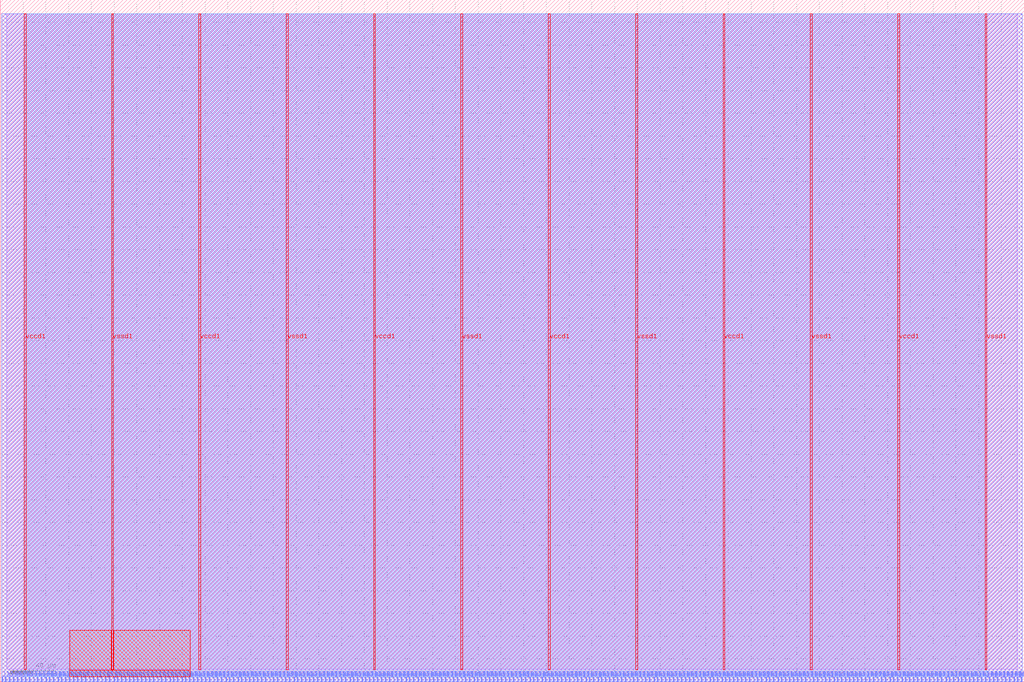
<source format=lef>
VERSION 5.7 ;
  NOWIREEXTENSIONATPIN ON ;
  DIVIDERCHAR "/" ;
  BUSBITCHARS "[]" ;
MACRO macro_test
  CLASS BLOCK ;
  FOREIGN macro_test ;
  ORIGIN 0.000 0.000 ;
  SIZE 900.000 BY 600.000 ;
  PIN la_data_in[0]
    DIRECTION INPUT ;
    USE SIGNAL ;
    PORT
      LAYER met2 ;
        RECT 1.470 0.000 1.750 4.000 ;
    END
  END la_data_in[0]
  PIN la_data_in[100]
    DIRECTION INPUT ;
    USE SIGNAL ;
    PORT
      LAYER met2 ;
        RECT 704.350 0.000 704.630 4.000 ;
    END
  END la_data_in[100]
  PIN la_data_in[101]
    DIRECTION INPUT ;
    USE SIGNAL ;
    PORT
      LAYER met2 ;
        RECT 711.710 0.000 711.990 4.000 ;
    END
  END la_data_in[101]
  PIN la_data_in[102]
    DIRECTION INPUT ;
    USE SIGNAL ;
    PORT
      LAYER met2 ;
        RECT 718.610 0.000 718.890 4.000 ;
    END
  END la_data_in[102]
  PIN la_data_in[103]
    DIRECTION INPUT ;
    USE SIGNAL ;
    PORT
      LAYER met2 ;
        RECT 725.510 0.000 725.790 4.000 ;
    END
  END la_data_in[103]
  PIN la_data_in[104]
    DIRECTION INPUT ;
    USE SIGNAL ;
    PORT
      LAYER met2 ;
        RECT 732.870 0.000 733.150 4.000 ;
    END
  END la_data_in[104]
  PIN la_data_in[105]
    DIRECTION INPUT ;
    USE SIGNAL ;
    PORT
      LAYER met2 ;
        RECT 739.770 0.000 740.050 4.000 ;
    END
  END la_data_in[105]
  PIN la_data_in[106]
    DIRECTION INPUT ;
    USE SIGNAL ;
    PORT
      LAYER met2 ;
        RECT 746.670 0.000 746.950 4.000 ;
    END
  END la_data_in[106]
  PIN la_data_in[107]
    DIRECTION INPUT ;
    USE SIGNAL ;
    PORT
      LAYER met2 ;
        RECT 753.570 0.000 753.850 4.000 ;
    END
  END la_data_in[107]
  PIN la_data_in[108]
    DIRECTION INPUT ;
    USE SIGNAL ;
    PORT
      LAYER met2 ;
        RECT 760.930 0.000 761.210 4.000 ;
    END
  END la_data_in[108]
  PIN la_data_in[109]
    DIRECTION INPUT ;
    USE SIGNAL ;
    PORT
      LAYER met2 ;
        RECT 767.830 0.000 768.110 4.000 ;
    END
  END la_data_in[109]
  PIN la_data_in[10]
    DIRECTION INPUT ;
    USE SIGNAL ;
    PORT
      LAYER met2 ;
        RECT 71.390 0.000 71.670 4.000 ;
    END
  END la_data_in[10]
  PIN la_data_in[110]
    DIRECTION INPUT ;
    USE SIGNAL ;
    PORT
      LAYER met2 ;
        RECT 774.730 0.000 775.010 4.000 ;
    END
  END la_data_in[110]
  PIN la_data_in[111]
    DIRECTION INPUT ;
    USE SIGNAL ;
    PORT
      LAYER met2 ;
        RECT 782.090 0.000 782.370 4.000 ;
    END
  END la_data_in[111]
  PIN la_data_in[112]
    DIRECTION INPUT ;
    USE SIGNAL ;
    PORT
      LAYER met2 ;
        RECT 788.990 0.000 789.270 4.000 ;
    END
  END la_data_in[112]
  PIN la_data_in[113]
    DIRECTION INPUT ;
    USE SIGNAL ;
    PORT
      LAYER met2 ;
        RECT 795.890 0.000 796.170 4.000 ;
    END
  END la_data_in[113]
  PIN la_data_in[114]
    DIRECTION INPUT ;
    USE SIGNAL ;
    PORT
      LAYER met2 ;
        RECT 802.790 0.000 803.070 4.000 ;
    END
  END la_data_in[114]
  PIN la_data_in[115]
    DIRECTION INPUT ;
    USE SIGNAL ;
    PORT
      LAYER met2 ;
        RECT 810.150 0.000 810.430 4.000 ;
    END
  END la_data_in[115]
  PIN la_data_in[116]
    DIRECTION INPUT ;
    USE SIGNAL ;
    PORT
      LAYER met2 ;
        RECT 817.050 0.000 817.330 4.000 ;
    END
  END la_data_in[116]
  PIN la_data_in[117]
    DIRECTION INPUT ;
    USE SIGNAL ;
    PORT
      LAYER met2 ;
        RECT 823.950 0.000 824.230 4.000 ;
    END
  END la_data_in[117]
  PIN la_data_in[118]
    DIRECTION INPUT ;
    USE SIGNAL ;
    PORT
      LAYER met2 ;
        RECT 831.310 0.000 831.590 4.000 ;
    END
  END la_data_in[118]
  PIN la_data_in[119]
    DIRECTION INPUT ;
    USE SIGNAL ;
    PORT
      LAYER met2 ;
        RECT 838.210 0.000 838.490 4.000 ;
    END
  END la_data_in[119]
  PIN la_data_in[11]
    DIRECTION INPUT ;
    USE SIGNAL ;
    PORT
      LAYER met2 ;
        RECT 78.750 0.000 79.030 4.000 ;
    END
  END la_data_in[11]
  PIN la_data_in[120]
    DIRECTION INPUT ;
    USE SIGNAL ;
    PORT
      LAYER met2 ;
        RECT 845.110 0.000 845.390 4.000 ;
    END
  END la_data_in[120]
  PIN la_data_in[121]
    DIRECTION INPUT ;
    USE SIGNAL ;
    PORT
      LAYER met2 ;
        RECT 852.010 0.000 852.290 4.000 ;
    END
  END la_data_in[121]
  PIN la_data_in[122]
    DIRECTION INPUT ;
    USE SIGNAL ;
    PORT
      LAYER met2 ;
        RECT 859.370 0.000 859.650 4.000 ;
    END
  END la_data_in[122]
  PIN la_data_in[123]
    DIRECTION INPUT ;
    USE SIGNAL ;
    PORT
      LAYER met2 ;
        RECT 866.270 0.000 866.550 4.000 ;
    END
  END la_data_in[123]
  PIN la_data_in[124]
    DIRECTION INPUT ;
    USE SIGNAL ;
    PORT
      LAYER met2 ;
        RECT 873.170 0.000 873.450 4.000 ;
    END
  END la_data_in[124]
  PIN la_data_in[125]
    DIRECTION INPUT ;
    USE SIGNAL ;
    PORT
      LAYER met2 ;
        RECT 880.530 0.000 880.810 4.000 ;
    END
  END la_data_in[125]
  PIN la_data_in[126]
    DIRECTION INPUT ;
    USE SIGNAL ;
    PORT
      LAYER met2 ;
        RECT 887.430 0.000 887.710 4.000 ;
    END
  END la_data_in[126]
  PIN la_data_in[127]
    DIRECTION INPUT ;
    USE SIGNAL ;
    PORT
      LAYER met2 ;
        RECT 894.330 0.000 894.610 4.000 ;
    END
  END la_data_in[127]
  PIN la_data_in[12]
    DIRECTION INPUT ;
    USE SIGNAL ;
    PORT
      LAYER met2 ;
        RECT 85.650 0.000 85.930 4.000 ;
    END
  END la_data_in[12]
  PIN la_data_in[13]
    DIRECTION INPUT ;
    USE SIGNAL ;
    PORT
      LAYER met2 ;
        RECT 92.550 0.000 92.830 4.000 ;
    END
  END la_data_in[13]
  PIN la_data_in[14]
    DIRECTION INPUT ;
    USE SIGNAL ;
    PORT
      LAYER met2 ;
        RECT 99.910 0.000 100.190 4.000 ;
    END
  END la_data_in[14]
  PIN la_data_in[15]
    DIRECTION INPUT ;
    USE SIGNAL ;
    PORT
      LAYER met2 ;
        RECT 106.810 0.000 107.090 4.000 ;
    END
  END la_data_in[15]
  PIN la_data_in[16]
    DIRECTION INPUT ;
    USE SIGNAL ;
    PORT
      LAYER met2 ;
        RECT 113.710 0.000 113.990 4.000 ;
    END
  END la_data_in[16]
  PIN la_data_in[17]
    DIRECTION INPUT ;
    USE SIGNAL ;
    PORT
      LAYER met2 ;
        RECT 120.610 0.000 120.890 4.000 ;
    END
  END la_data_in[17]
  PIN la_data_in[18]
    DIRECTION INPUT ;
    USE SIGNAL ;
    PORT
      LAYER met2 ;
        RECT 127.970 0.000 128.250 4.000 ;
    END
  END la_data_in[18]
  PIN la_data_in[19]
    DIRECTION INPUT ;
    USE SIGNAL ;
    PORT
      LAYER met2 ;
        RECT 134.870 0.000 135.150 4.000 ;
    END
  END la_data_in[19]
  PIN la_data_in[1]
    DIRECTION INPUT ;
    USE SIGNAL ;
    PORT
      LAYER met2 ;
        RECT 8.370 0.000 8.650 4.000 ;
    END
  END la_data_in[1]
  PIN la_data_in[20]
    DIRECTION INPUT ;
    USE SIGNAL ;
    PORT
      LAYER met2 ;
        RECT 141.770 0.000 142.050 4.000 ;
    END
  END la_data_in[20]
  PIN la_data_in[21]
    DIRECTION INPUT ;
    USE SIGNAL ;
    PORT
      LAYER met2 ;
        RECT 149.130 0.000 149.410 4.000 ;
    END
  END la_data_in[21]
  PIN la_data_in[22]
    DIRECTION INPUT ;
    USE SIGNAL ;
    PORT
      LAYER met2 ;
        RECT 156.030 0.000 156.310 4.000 ;
    END
  END la_data_in[22]
  PIN la_data_in[23]
    DIRECTION INPUT ;
    USE SIGNAL ;
    PORT
      LAYER met2 ;
        RECT 162.930 0.000 163.210 4.000 ;
    END
  END la_data_in[23]
  PIN la_data_in[24]
    DIRECTION INPUT ;
    USE SIGNAL ;
    PORT
      LAYER met2 ;
        RECT 169.830 0.000 170.110 4.000 ;
    END
  END la_data_in[24]
  PIN la_data_in[25]
    DIRECTION INPUT ;
    USE SIGNAL ;
    PORT
      LAYER met2 ;
        RECT 177.190 0.000 177.470 4.000 ;
    END
  END la_data_in[25]
  PIN la_data_in[26]
    DIRECTION INPUT ;
    USE SIGNAL ;
    PORT
      LAYER met2 ;
        RECT 184.090 0.000 184.370 4.000 ;
    END
  END la_data_in[26]
  PIN la_data_in[27]
    DIRECTION INPUT ;
    USE SIGNAL ;
    PORT
      LAYER met2 ;
        RECT 190.990 0.000 191.270 4.000 ;
    END
  END la_data_in[27]
  PIN la_data_in[28]
    DIRECTION INPUT ;
    USE SIGNAL ;
    PORT
      LAYER met2 ;
        RECT 198.350 0.000 198.630 4.000 ;
    END
  END la_data_in[28]
  PIN la_data_in[29]
    DIRECTION INPUT ;
    USE SIGNAL ;
    PORT
      LAYER met2 ;
        RECT 205.250 0.000 205.530 4.000 ;
    END
  END la_data_in[29]
  PIN la_data_in[2]
    DIRECTION INPUT ;
    USE SIGNAL ;
    PORT
      LAYER met2 ;
        RECT 15.270 0.000 15.550 4.000 ;
    END
  END la_data_in[2]
  PIN la_data_in[30]
    DIRECTION INPUT ;
    USE SIGNAL ;
    PORT
      LAYER met2 ;
        RECT 212.150 0.000 212.430 4.000 ;
    END
  END la_data_in[30]
  PIN la_data_in[31]
    DIRECTION INPUT ;
    USE SIGNAL ;
    PORT
      LAYER met2 ;
        RECT 219.050 0.000 219.330 4.000 ;
    END
  END la_data_in[31]
  PIN la_data_in[32]
    DIRECTION INPUT ;
    USE SIGNAL ;
    PORT
      LAYER met2 ;
        RECT 226.410 0.000 226.690 4.000 ;
    END
  END la_data_in[32]
  PIN la_data_in[33]
    DIRECTION INPUT ;
    USE SIGNAL ;
    PORT
      LAYER met2 ;
        RECT 233.310 0.000 233.590 4.000 ;
    END
  END la_data_in[33]
  PIN la_data_in[34]
    DIRECTION INPUT ;
    USE SIGNAL ;
    PORT
      LAYER met2 ;
        RECT 240.210 0.000 240.490 4.000 ;
    END
  END la_data_in[34]
  PIN la_data_in[35]
    DIRECTION INPUT ;
    USE SIGNAL ;
    PORT
      LAYER met2 ;
        RECT 247.570 0.000 247.850 4.000 ;
    END
  END la_data_in[35]
  PIN la_data_in[36]
    DIRECTION INPUT ;
    USE SIGNAL ;
    PORT
      LAYER met2 ;
        RECT 254.470 0.000 254.750 4.000 ;
    END
  END la_data_in[36]
  PIN la_data_in[37]
    DIRECTION INPUT ;
    USE SIGNAL ;
    PORT
      LAYER met2 ;
        RECT 261.370 0.000 261.650 4.000 ;
    END
  END la_data_in[37]
  PIN la_data_in[38]
    DIRECTION INPUT ;
    USE SIGNAL ;
    PORT
      LAYER met2 ;
        RECT 268.270 0.000 268.550 4.000 ;
    END
  END la_data_in[38]
  PIN la_data_in[39]
    DIRECTION INPUT ;
    USE SIGNAL ;
    PORT
      LAYER met2 ;
        RECT 275.630 0.000 275.910 4.000 ;
    END
  END la_data_in[39]
  PIN la_data_in[3]
    DIRECTION INPUT ;
    USE SIGNAL ;
    PORT
      LAYER met2 ;
        RECT 22.170 0.000 22.450 4.000 ;
    END
  END la_data_in[3]
  PIN la_data_in[40]
    DIRECTION INPUT ;
    USE SIGNAL ;
    PORT
      LAYER met2 ;
        RECT 282.530 0.000 282.810 4.000 ;
    END
  END la_data_in[40]
  PIN la_data_in[41]
    DIRECTION INPUT ;
    USE SIGNAL ;
    PORT
      LAYER met2 ;
        RECT 289.430 0.000 289.710 4.000 ;
    END
  END la_data_in[41]
  PIN la_data_in[42]
    DIRECTION INPUT ;
    USE SIGNAL ;
    PORT
      LAYER met2 ;
        RECT 296.790 0.000 297.070 4.000 ;
    END
  END la_data_in[42]
  PIN la_data_in[43]
    DIRECTION INPUT ;
    USE SIGNAL ;
    PORT
      LAYER met2 ;
        RECT 303.690 0.000 303.970 4.000 ;
    END
  END la_data_in[43]
  PIN la_data_in[44]
    DIRECTION INPUT ;
    USE SIGNAL ;
    PORT
      LAYER met2 ;
        RECT 310.590 0.000 310.870 4.000 ;
    END
  END la_data_in[44]
  PIN la_data_in[45]
    DIRECTION INPUT ;
    USE SIGNAL ;
    PORT
      LAYER met2 ;
        RECT 317.950 0.000 318.230 4.000 ;
    END
  END la_data_in[45]
  PIN la_data_in[46]
    DIRECTION INPUT ;
    USE SIGNAL ;
    PORT
      LAYER met2 ;
        RECT 324.850 0.000 325.130 4.000 ;
    END
  END la_data_in[46]
  PIN la_data_in[47]
    DIRECTION INPUT ;
    USE SIGNAL ;
    PORT
      LAYER met2 ;
        RECT 331.750 0.000 332.030 4.000 ;
    END
  END la_data_in[47]
  PIN la_data_in[48]
    DIRECTION INPUT ;
    USE SIGNAL ;
    PORT
      LAYER met2 ;
        RECT 338.650 0.000 338.930 4.000 ;
    END
  END la_data_in[48]
  PIN la_data_in[49]
    DIRECTION INPUT ;
    USE SIGNAL ;
    PORT
      LAYER met2 ;
        RECT 346.010 0.000 346.290 4.000 ;
    END
  END la_data_in[49]
  PIN la_data_in[4]
    DIRECTION INPUT ;
    USE SIGNAL ;
    PORT
      LAYER met2 ;
        RECT 29.530 0.000 29.810 4.000 ;
    END
  END la_data_in[4]
  PIN la_data_in[50]
    DIRECTION INPUT ;
    USE SIGNAL ;
    PORT
      LAYER met2 ;
        RECT 352.910 0.000 353.190 4.000 ;
    END
  END la_data_in[50]
  PIN la_data_in[51]
    DIRECTION INPUT ;
    USE SIGNAL ;
    PORT
      LAYER met2 ;
        RECT 359.810 0.000 360.090 4.000 ;
    END
  END la_data_in[51]
  PIN la_data_in[52]
    DIRECTION INPUT ;
    USE SIGNAL ;
    PORT
      LAYER met2 ;
        RECT 367.170 0.000 367.450 4.000 ;
    END
  END la_data_in[52]
  PIN la_data_in[53]
    DIRECTION INPUT ;
    USE SIGNAL ;
    PORT
      LAYER met2 ;
        RECT 374.070 0.000 374.350 4.000 ;
    END
  END la_data_in[53]
  PIN la_data_in[54]
    DIRECTION INPUT ;
    USE SIGNAL ;
    PORT
      LAYER met2 ;
        RECT 380.970 0.000 381.250 4.000 ;
    END
  END la_data_in[54]
  PIN la_data_in[55]
    DIRECTION INPUT ;
    USE SIGNAL ;
    PORT
      LAYER met2 ;
        RECT 387.870 0.000 388.150 4.000 ;
    END
  END la_data_in[55]
  PIN la_data_in[56]
    DIRECTION INPUT ;
    USE SIGNAL ;
    PORT
      LAYER met2 ;
        RECT 395.230 0.000 395.510 4.000 ;
    END
  END la_data_in[56]
  PIN la_data_in[57]
    DIRECTION INPUT ;
    USE SIGNAL ;
    PORT
      LAYER met2 ;
        RECT 402.130 0.000 402.410 4.000 ;
    END
  END la_data_in[57]
  PIN la_data_in[58]
    DIRECTION INPUT ;
    USE SIGNAL ;
    PORT
      LAYER met2 ;
        RECT 409.030 0.000 409.310 4.000 ;
    END
  END la_data_in[58]
  PIN la_data_in[59]
    DIRECTION INPUT ;
    USE SIGNAL ;
    PORT
      LAYER met2 ;
        RECT 416.390 0.000 416.670 4.000 ;
    END
  END la_data_in[59]
  PIN la_data_in[5]
    DIRECTION INPUT ;
    USE SIGNAL ;
    PORT
      LAYER met2 ;
        RECT 36.430 0.000 36.710 4.000 ;
    END
  END la_data_in[5]
  PIN la_data_in[60]
    DIRECTION INPUT ;
    USE SIGNAL ;
    PORT
      LAYER met2 ;
        RECT 423.290 0.000 423.570 4.000 ;
    END
  END la_data_in[60]
  PIN la_data_in[61]
    DIRECTION INPUT ;
    USE SIGNAL ;
    PORT
      LAYER met2 ;
        RECT 430.190 0.000 430.470 4.000 ;
    END
  END la_data_in[61]
  PIN la_data_in[62]
    DIRECTION INPUT ;
    USE SIGNAL ;
    PORT
      LAYER met2 ;
        RECT 437.090 0.000 437.370 4.000 ;
    END
  END la_data_in[62]
  PIN la_data_in[63]
    DIRECTION INPUT ;
    USE SIGNAL ;
    PORT
      LAYER met2 ;
        RECT 444.450 0.000 444.730 4.000 ;
    END
  END la_data_in[63]
  PIN la_data_in[64]
    DIRECTION INPUT ;
    USE SIGNAL ;
    PORT
      LAYER met2 ;
        RECT 451.350 0.000 451.630 4.000 ;
    END
  END la_data_in[64]
  PIN la_data_in[65]
    DIRECTION INPUT ;
    USE SIGNAL ;
    PORT
      LAYER met2 ;
        RECT 458.250 0.000 458.530 4.000 ;
    END
  END la_data_in[65]
  PIN la_data_in[66]
    DIRECTION INPUT ;
    USE SIGNAL ;
    PORT
      LAYER met2 ;
        RECT 465.610 0.000 465.890 4.000 ;
    END
  END la_data_in[66]
  PIN la_data_in[67]
    DIRECTION INPUT ;
    USE SIGNAL ;
    PORT
      LAYER met2 ;
        RECT 472.510 0.000 472.790 4.000 ;
    END
  END la_data_in[67]
  PIN la_data_in[68]
    DIRECTION INPUT ;
    USE SIGNAL ;
    PORT
      LAYER met2 ;
        RECT 479.410 0.000 479.690 4.000 ;
    END
  END la_data_in[68]
  PIN la_data_in[69]
    DIRECTION INPUT ;
    USE SIGNAL ;
    PORT
      LAYER met2 ;
        RECT 486.310 0.000 486.590 4.000 ;
    END
  END la_data_in[69]
  PIN la_data_in[6]
    DIRECTION INPUT ;
    USE SIGNAL ;
    PORT
      LAYER met2 ;
        RECT 43.330 0.000 43.610 4.000 ;
    END
  END la_data_in[6]
  PIN la_data_in[70]
    DIRECTION INPUT ;
    USE SIGNAL ;
    PORT
      LAYER met2 ;
        RECT 493.670 0.000 493.950 4.000 ;
    END
  END la_data_in[70]
  PIN la_data_in[71]
    DIRECTION INPUT ;
    USE SIGNAL ;
    PORT
      LAYER met2 ;
        RECT 500.570 0.000 500.850 4.000 ;
    END
  END la_data_in[71]
  PIN la_data_in[72]
    DIRECTION INPUT ;
    USE SIGNAL ;
    PORT
      LAYER met2 ;
        RECT 507.470 0.000 507.750 4.000 ;
    END
  END la_data_in[72]
  PIN la_data_in[73]
    DIRECTION INPUT ;
    USE SIGNAL ;
    PORT
      LAYER met2 ;
        RECT 514.830 0.000 515.110 4.000 ;
    END
  END la_data_in[73]
  PIN la_data_in[74]
    DIRECTION INPUT ;
    USE SIGNAL ;
    PORT
      LAYER met2 ;
        RECT 521.730 0.000 522.010 4.000 ;
    END
  END la_data_in[74]
  PIN la_data_in[75]
    DIRECTION INPUT ;
    USE SIGNAL ;
    PORT
      LAYER met2 ;
        RECT 528.630 0.000 528.910 4.000 ;
    END
  END la_data_in[75]
  PIN la_data_in[76]
    DIRECTION INPUT ;
    USE SIGNAL ;
    PORT
      LAYER met2 ;
        RECT 535.530 0.000 535.810 4.000 ;
    END
  END la_data_in[76]
  PIN la_data_in[77]
    DIRECTION INPUT ;
    USE SIGNAL ;
    PORT
      LAYER met2 ;
        RECT 542.890 0.000 543.170 4.000 ;
    END
  END la_data_in[77]
  PIN la_data_in[78]
    DIRECTION INPUT ;
    USE SIGNAL ;
    PORT
      LAYER met2 ;
        RECT 549.790 0.000 550.070 4.000 ;
    END
  END la_data_in[78]
  PIN la_data_in[79]
    DIRECTION INPUT ;
    USE SIGNAL ;
    PORT
      LAYER met2 ;
        RECT 556.690 0.000 556.970 4.000 ;
    END
  END la_data_in[79]
  PIN la_data_in[7]
    DIRECTION INPUT ;
    USE SIGNAL ;
    PORT
      LAYER met2 ;
        RECT 50.690 0.000 50.970 4.000 ;
    END
  END la_data_in[7]
  PIN la_data_in[80]
    DIRECTION INPUT ;
    USE SIGNAL ;
    PORT
      LAYER met2 ;
        RECT 564.050 0.000 564.330 4.000 ;
    END
  END la_data_in[80]
  PIN la_data_in[81]
    DIRECTION INPUT ;
    USE SIGNAL ;
    PORT
      LAYER met2 ;
        RECT 570.950 0.000 571.230 4.000 ;
    END
  END la_data_in[81]
  PIN la_data_in[82]
    DIRECTION INPUT ;
    USE SIGNAL ;
    PORT
      LAYER met2 ;
        RECT 577.850 0.000 578.130 4.000 ;
    END
  END la_data_in[82]
  PIN la_data_in[83]
    DIRECTION INPUT ;
    USE SIGNAL ;
    PORT
      LAYER met2 ;
        RECT 584.750 0.000 585.030 4.000 ;
    END
  END la_data_in[83]
  PIN la_data_in[84]
    DIRECTION INPUT ;
    USE SIGNAL ;
    PORT
      LAYER met2 ;
        RECT 592.110 0.000 592.390 4.000 ;
    END
  END la_data_in[84]
  PIN la_data_in[85]
    DIRECTION INPUT ;
    USE SIGNAL ;
    PORT
      LAYER met2 ;
        RECT 599.010 0.000 599.290 4.000 ;
    END
  END la_data_in[85]
  PIN la_data_in[86]
    DIRECTION INPUT ;
    USE SIGNAL ;
    PORT
      LAYER met2 ;
        RECT 605.910 0.000 606.190 4.000 ;
    END
  END la_data_in[86]
  PIN la_data_in[87]
    DIRECTION INPUT ;
    USE SIGNAL ;
    PORT
      LAYER met2 ;
        RECT 613.270 0.000 613.550 4.000 ;
    END
  END la_data_in[87]
  PIN la_data_in[88]
    DIRECTION INPUT ;
    USE SIGNAL ;
    PORT
      LAYER met2 ;
        RECT 620.170 0.000 620.450 4.000 ;
    END
  END la_data_in[88]
  PIN la_data_in[89]
    DIRECTION INPUT ;
    USE SIGNAL ;
    PORT
      LAYER met2 ;
        RECT 627.070 0.000 627.350 4.000 ;
    END
  END la_data_in[89]
  PIN la_data_in[8]
    DIRECTION INPUT ;
    USE SIGNAL ;
    PORT
      LAYER met2 ;
        RECT 57.590 0.000 57.870 4.000 ;
    END
  END la_data_in[8]
  PIN la_data_in[90]
    DIRECTION INPUT ;
    USE SIGNAL ;
    PORT
      LAYER met2 ;
        RECT 634.430 0.000 634.710 4.000 ;
    END
  END la_data_in[90]
  PIN la_data_in[91]
    DIRECTION INPUT ;
    USE SIGNAL ;
    PORT
      LAYER met2 ;
        RECT 641.330 0.000 641.610 4.000 ;
    END
  END la_data_in[91]
  PIN la_data_in[92]
    DIRECTION INPUT ;
    USE SIGNAL ;
    PORT
      LAYER met2 ;
        RECT 648.230 0.000 648.510 4.000 ;
    END
  END la_data_in[92]
  PIN la_data_in[93]
    DIRECTION INPUT ;
    USE SIGNAL ;
    PORT
      LAYER met2 ;
        RECT 655.130 0.000 655.410 4.000 ;
    END
  END la_data_in[93]
  PIN la_data_in[94]
    DIRECTION INPUT ;
    USE SIGNAL ;
    PORT
      LAYER met2 ;
        RECT 662.490 0.000 662.770 4.000 ;
    END
  END la_data_in[94]
  PIN la_data_in[95]
    DIRECTION INPUT ;
    USE SIGNAL ;
    PORT
      LAYER met2 ;
        RECT 669.390 0.000 669.670 4.000 ;
    END
  END la_data_in[95]
  PIN la_data_in[96]
    DIRECTION INPUT ;
    USE SIGNAL ;
    PORT
      LAYER met2 ;
        RECT 676.290 0.000 676.570 4.000 ;
    END
  END la_data_in[96]
  PIN la_data_in[97]
    DIRECTION INPUT ;
    USE SIGNAL ;
    PORT
      LAYER met2 ;
        RECT 683.650 0.000 683.930 4.000 ;
    END
  END la_data_in[97]
  PIN la_data_in[98]
    DIRECTION INPUT ;
    USE SIGNAL ;
    PORT
      LAYER met2 ;
        RECT 690.550 0.000 690.830 4.000 ;
    END
  END la_data_in[98]
  PIN la_data_in[99]
    DIRECTION INPUT ;
    USE SIGNAL ;
    PORT
      LAYER met2 ;
        RECT 697.450 0.000 697.730 4.000 ;
    END
  END la_data_in[99]
  PIN la_data_in[9]
    DIRECTION INPUT ;
    USE SIGNAL ;
    PORT
      LAYER met2 ;
        RECT 64.490 0.000 64.770 4.000 ;
    END
  END la_data_in[9]
  PIN la_data_out[0]
    DIRECTION OUTPUT TRISTATE ;
    USE SIGNAL ;
    PORT
      LAYER met2 ;
        RECT 4.690 0.000 4.970 4.000 ;
    END
  END la_data_out[0]
  PIN la_data_out[100]
    DIRECTION OUTPUT TRISTATE ;
    USE SIGNAL ;
    PORT
      LAYER met2 ;
        RECT 708.030 0.000 708.310 4.000 ;
    END
  END la_data_out[100]
  PIN la_data_out[101]
    DIRECTION OUTPUT TRISTATE ;
    USE SIGNAL ;
    PORT
      LAYER met2 ;
        RECT 714.930 0.000 715.210 4.000 ;
    END
  END la_data_out[101]
  PIN la_data_out[102]
    DIRECTION OUTPUT TRISTATE ;
    USE SIGNAL ;
    PORT
      LAYER met2 ;
        RECT 722.290 0.000 722.570 4.000 ;
    END
  END la_data_out[102]
  PIN la_data_out[103]
    DIRECTION OUTPUT TRISTATE ;
    USE SIGNAL ;
    PORT
      LAYER met2 ;
        RECT 729.190 0.000 729.470 4.000 ;
    END
  END la_data_out[103]
  PIN la_data_out[104]
    DIRECTION OUTPUT TRISTATE ;
    USE SIGNAL ;
    PORT
      LAYER met2 ;
        RECT 736.090 0.000 736.370 4.000 ;
    END
  END la_data_out[104]
  PIN la_data_out[105]
    DIRECTION OUTPUT TRISTATE ;
    USE SIGNAL ;
    PORT
      LAYER met2 ;
        RECT 742.990 0.000 743.270 4.000 ;
    END
  END la_data_out[105]
  PIN la_data_out[106]
    DIRECTION OUTPUT TRISTATE ;
    USE SIGNAL ;
    PORT
      LAYER met2 ;
        RECT 750.350 0.000 750.630 4.000 ;
    END
  END la_data_out[106]
  PIN la_data_out[107]
    DIRECTION OUTPUT TRISTATE ;
    USE SIGNAL ;
    PORT
      LAYER met2 ;
        RECT 757.250 0.000 757.530 4.000 ;
    END
  END la_data_out[107]
  PIN la_data_out[108]
    DIRECTION OUTPUT TRISTATE ;
    USE SIGNAL ;
    PORT
      LAYER met2 ;
        RECT 764.150 0.000 764.430 4.000 ;
    END
  END la_data_out[108]
  PIN la_data_out[109]
    DIRECTION OUTPUT TRISTATE ;
    USE SIGNAL ;
    PORT
      LAYER met2 ;
        RECT 771.510 0.000 771.790 4.000 ;
    END
  END la_data_out[109]
  PIN la_data_out[10]
    DIRECTION OUTPUT TRISTATE ;
    USE SIGNAL ;
    PORT
      LAYER met2 ;
        RECT 75.070 0.000 75.350 4.000 ;
    END
  END la_data_out[10]
  PIN la_data_out[110]
    DIRECTION OUTPUT TRISTATE ;
    USE SIGNAL ;
    PORT
      LAYER met2 ;
        RECT 778.410 0.000 778.690 4.000 ;
    END
  END la_data_out[110]
  PIN la_data_out[111]
    DIRECTION OUTPUT TRISTATE ;
    USE SIGNAL ;
    PORT
      LAYER met2 ;
        RECT 785.310 0.000 785.590 4.000 ;
    END
  END la_data_out[111]
  PIN la_data_out[112]
    DIRECTION OUTPUT TRISTATE ;
    USE SIGNAL ;
    PORT
      LAYER met2 ;
        RECT 792.670 0.000 792.950 4.000 ;
    END
  END la_data_out[112]
  PIN la_data_out[113]
    DIRECTION OUTPUT TRISTATE ;
    USE SIGNAL ;
    PORT
      LAYER met2 ;
        RECT 799.570 0.000 799.850 4.000 ;
    END
  END la_data_out[113]
  PIN la_data_out[114]
    DIRECTION OUTPUT TRISTATE ;
    USE SIGNAL ;
    PORT
      LAYER met2 ;
        RECT 806.470 0.000 806.750 4.000 ;
    END
  END la_data_out[114]
  PIN la_data_out[115]
    DIRECTION OUTPUT TRISTATE ;
    USE SIGNAL ;
    PORT
      LAYER met2 ;
        RECT 813.370 0.000 813.650 4.000 ;
    END
  END la_data_out[115]
  PIN la_data_out[116]
    DIRECTION OUTPUT TRISTATE ;
    USE SIGNAL ;
    PORT
      LAYER met2 ;
        RECT 820.730 0.000 821.010 4.000 ;
    END
  END la_data_out[116]
  PIN la_data_out[117]
    DIRECTION OUTPUT TRISTATE ;
    USE SIGNAL ;
    PORT
      LAYER met2 ;
        RECT 827.630 0.000 827.910 4.000 ;
    END
  END la_data_out[117]
  PIN la_data_out[118]
    DIRECTION OUTPUT TRISTATE ;
    USE SIGNAL ;
    PORT
      LAYER met2 ;
        RECT 834.530 0.000 834.810 4.000 ;
    END
  END la_data_out[118]
  PIN la_data_out[119]
    DIRECTION OUTPUT TRISTATE ;
    USE SIGNAL ;
    PORT
      LAYER met2 ;
        RECT 841.890 0.000 842.170 4.000 ;
    END
  END la_data_out[119]
  PIN la_data_out[11]
    DIRECTION OUTPUT TRISTATE ;
    USE SIGNAL ;
    PORT
      LAYER met2 ;
        RECT 81.970 0.000 82.250 4.000 ;
    END
  END la_data_out[11]
  PIN la_data_out[120]
    DIRECTION OUTPUT TRISTATE ;
    USE SIGNAL ;
    PORT
      LAYER met2 ;
        RECT 848.790 0.000 849.070 4.000 ;
    END
  END la_data_out[120]
  PIN la_data_out[121]
    DIRECTION OUTPUT TRISTATE ;
    USE SIGNAL ;
    PORT
      LAYER met2 ;
        RECT 855.690 0.000 855.970 4.000 ;
    END
  END la_data_out[121]
  PIN la_data_out[122]
    DIRECTION OUTPUT TRISTATE ;
    USE SIGNAL ;
    PORT
      LAYER met2 ;
        RECT 862.590 0.000 862.870 4.000 ;
    END
  END la_data_out[122]
  PIN la_data_out[123]
    DIRECTION OUTPUT TRISTATE ;
    USE SIGNAL ;
    PORT
      LAYER met2 ;
        RECT 869.950 0.000 870.230 4.000 ;
    END
  END la_data_out[123]
  PIN la_data_out[124]
    DIRECTION OUTPUT TRISTATE ;
    USE SIGNAL ;
    PORT
      LAYER met2 ;
        RECT 876.850 0.000 877.130 4.000 ;
    END
  END la_data_out[124]
  PIN la_data_out[125]
    DIRECTION OUTPUT TRISTATE ;
    USE SIGNAL ;
    PORT
      LAYER met2 ;
        RECT 883.750 0.000 884.030 4.000 ;
    END
  END la_data_out[125]
  PIN la_data_out[126]
    DIRECTION OUTPUT TRISTATE ;
    USE SIGNAL ;
    PORT
      LAYER met2 ;
        RECT 891.110 0.000 891.390 4.000 ;
    END
  END la_data_out[126]
  PIN la_data_out[127]
    DIRECTION OUTPUT TRISTATE ;
    USE SIGNAL ;
    PORT
      LAYER met2 ;
        RECT 898.010 0.000 898.290 4.000 ;
    END
  END la_data_out[127]
  PIN la_data_out[12]
    DIRECTION OUTPUT TRISTATE ;
    USE SIGNAL ;
    PORT
      LAYER met2 ;
        RECT 89.330 0.000 89.610 4.000 ;
    END
  END la_data_out[12]
  PIN la_data_out[13]
    DIRECTION OUTPUT TRISTATE ;
    USE SIGNAL ;
    PORT
      LAYER met2 ;
        RECT 96.230 0.000 96.510 4.000 ;
    END
  END la_data_out[13]
  PIN la_data_out[14]
    DIRECTION OUTPUT TRISTATE ;
    USE SIGNAL ;
    PORT
      LAYER met2 ;
        RECT 103.130 0.000 103.410 4.000 ;
    END
  END la_data_out[14]
  PIN la_data_out[15]
    DIRECTION OUTPUT TRISTATE ;
    USE SIGNAL ;
    PORT
      LAYER met2 ;
        RECT 110.030 0.000 110.310 4.000 ;
    END
  END la_data_out[15]
  PIN la_data_out[16]
    DIRECTION OUTPUT TRISTATE ;
    USE SIGNAL ;
    PORT
      LAYER met2 ;
        RECT 117.390 0.000 117.670 4.000 ;
    END
  END la_data_out[16]
  PIN la_data_out[17]
    DIRECTION OUTPUT TRISTATE ;
    USE SIGNAL ;
    PORT
      LAYER met2 ;
        RECT 124.290 0.000 124.570 4.000 ;
    END
  END la_data_out[17]
  PIN la_data_out[18]
    DIRECTION OUTPUT TRISTATE ;
    USE SIGNAL ;
    PORT
      LAYER met2 ;
        RECT 131.190 0.000 131.470 4.000 ;
    END
  END la_data_out[18]
  PIN la_data_out[19]
    DIRECTION OUTPUT TRISTATE ;
    USE SIGNAL ;
    PORT
      LAYER met2 ;
        RECT 138.550 0.000 138.830 4.000 ;
    END
  END la_data_out[19]
  PIN la_data_out[1]
    DIRECTION OUTPUT TRISTATE ;
    USE SIGNAL ;
    PORT
      LAYER met2 ;
        RECT 11.590 0.000 11.870 4.000 ;
    END
  END la_data_out[1]
  PIN la_data_out[20]
    DIRECTION OUTPUT TRISTATE ;
    USE SIGNAL ;
    PORT
      LAYER met2 ;
        RECT 145.450 0.000 145.730 4.000 ;
    END
  END la_data_out[20]
  PIN la_data_out[21]
    DIRECTION OUTPUT TRISTATE ;
    USE SIGNAL ;
    PORT
      LAYER met2 ;
        RECT 152.350 0.000 152.630 4.000 ;
    END
  END la_data_out[21]
  PIN la_data_out[22]
    DIRECTION OUTPUT TRISTATE ;
    USE SIGNAL ;
    PORT
      LAYER met2 ;
        RECT 159.710 0.000 159.990 4.000 ;
    END
  END la_data_out[22]
  PIN la_data_out[23]
    DIRECTION OUTPUT TRISTATE ;
    USE SIGNAL ;
    PORT
      LAYER met2 ;
        RECT 166.610 0.000 166.890 4.000 ;
    END
  END la_data_out[23]
  PIN la_data_out[24]
    DIRECTION OUTPUT TRISTATE ;
    USE SIGNAL ;
    PORT
      LAYER met2 ;
        RECT 173.510 0.000 173.790 4.000 ;
    END
  END la_data_out[24]
  PIN la_data_out[25]
    DIRECTION OUTPUT TRISTATE ;
    USE SIGNAL ;
    PORT
      LAYER met2 ;
        RECT 180.410 0.000 180.690 4.000 ;
    END
  END la_data_out[25]
  PIN la_data_out[26]
    DIRECTION OUTPUT TRISTATE ;
    USE SIGNAL ;
    PORT
      LAYER met2 ;
        RECT 187.770 0.000 188.050 4.000 ;
    END
  END la_data_out[26]
  PIN la_data_out[27]
    DIRECTION OUTPUT TRISTATE ;
    USE SIGNAL ;
    PORT
      LAYER met2 ;
        RECT 194.670 0.000 194.950 4.000 ;
    END
  END la_data_out[27]
  PIN la_data_out[28]
    DIRECTION OUTPUT TRISTATE ;
    USE SIGNAL ;
    PORT
      LAYER met2 ;
        RECT 201.570 0.000 201.850 4.000 ;
    END
  END la_data_out[28]
  PIN la_data_out[29]
    DIRECTION OUTPUT TRISTATE ;
    USE SIGNAL ;
    PORT
      LAYER met2 ;
        RECT 208.930 0.000 209.210 4.000 ;
    END
  END la_data_out[29]
  PIN la_data_out[2]
    DIRECTION OUTPUT TRISTATE ;
    USE SIGNAL ;
    PORT
      LAYER met2 ;
        RECT 18.950 0.000 19.230 4.000 ;
    END
  END la_data_out[2]
  PIN la_data_out[30]
    DIRECTION OUTPUT TRISTATE ;
    USE SIGNAL ;
    PORT
      LAYER met2 ;
        RECT 215.830 0.000 216.110 4.000 ;
    END
  END la_data_out[30]
  PIN la_data_out[31]
    DIRECTION OUTPUT TRISTATE ;
    USE SIGNAL ;
    PORT
      LAYER met2 ;
        RECT 222.730 0.000 223.010 4.000 ;
    END
  END la_data_out[31]
  PIN la_data_out[32]
    DIRECTION OUTPUT TRISTATE ;
    USE SIGNAL ;
    PORT
      LAYER met2 ;
        RECT 229.630 0.000 229.910 4.000 ;
    END
  END la_data_out[32]
  PIN la_data_out[33]
    DIRECTION OUTPUT TRISTATE ;
    USE SIGNAL ;
    PORT
      LAYER met2 ;
        RECT 236.990 0.000 237.270 4.000 ;
    END
  END la_data_out[33]
  PIN la_data_out[34]
    DIRECTION OUTPUT TRISTATE ;
    USE SIGNAL ;
    PORT
      LAYER met2 ;
        RECT 243.890 0.000 244.170 4.000 ;
    END
  END la_data_out[34]
  PIN la_data_out[35]
    DIRECTION OUTPUT TRISTATE ;
    USE SIGNAL ;
    PORT
      LAYER met2 ;
        RECT 250.790 0.000 251.070 4.000 ;
    END
  END la_data_out[35]
  PIN la_data_out[36]
    DIRECTION OUTPUT TRISTATE ;
    USE SIGNAL ;
    PORT
      LAYER met2 ;
        RECT 258.150 0.000 258.430 4.000 ;
    END
  END la_data_out[36]
  PIN la_data_out[37]
    DIRECTION OUTPUT TRISTATE ;
    USE SIGNAL ;
    PORT
      LAYER met2 ;
        RECT 265.050 0.000 265.330 4.000 ;
    END
  END la_data_out[37]
  PIN la_data_out[38]
    DIRECTION OUTPUT TRISTATE ;
    USE SIGNAL ;
    PORT
      LAYER met2 ;
        RECT 271.950 0.000 272.230 4.000 ;
    END
  END la_data_out[38]
  PIN la_data_out[39]
    DIRECTION OUTPUT TRISTATE ;
    USE SIGNAL ;
    PORT
      LAYER met2 ;
        RECT 278.850 0.000 279.130 4.000 ;
    END
  END la_data_out[39]
  PIN la_data_out[3]
    DIRECTION OUTPUT TRISTATE ;
    USE SIGNAL ;
    PORT
      LAYER met2 ;
        RECT 25.850 0.000 26.130 4.000 ;
    END
  END la_data_out[3]
  PIN la_data_out[40]
    DIRECTION OUTPUT TRISTATE ;
    USE SIGNAL ;
    PORT
      LAYER met2 ;
        RECT 286.210 0.000 286.490 4.000 ;
    END
  END la_data_out[40]
  PIN la_data_out[41]
    DIRECTION OUTPUT TRISTATE ;
    USE SIGNAL ;
    PORT
      LAYER met2 ;
        RECT 293.110 0.000 293.390 4.000 ;
    END
  END la_data_out[41]
  PIN la_data_out[42]
    DIRECTION OUTPUT TRISTATE ;
    USE SIGNAL ;
    PORT
      LAYER met2 ;
        RECT 300.010 0.000 300.290 4.000 ;
    END
  END la_data_out[42]
  PIN la_data_out[43]
    DIRECTION OUTPUT TRISTATE ;
    USE SIGNAL ;
    PORT
      LAYER met2 ;
        RECT 307.370 0.000 307.650 4.000 ;
    END
  END la_data_out[43]
  PIN la_data_out[44]
    DIRECTION OUTPUT TRISTATE ;
    USE SIGNAL ;
    PORT
      LAYER met2 ;
        RECT 314.270 0.000 314.550 4.000 ;
    END
  END la_data_out[44]
  PIN la_data_out[45]
    DIRECTION OUTPUT TRISTATE ;
    USE SIGNAL ;
    PORT
      LAYER met2 ;
        RECT 321.170 0.000 321.450 4.000 ;
    END
  END la_data_out[45]
  PIN la_data_out[46]
    DIRECTION OUTPUT TRISTATE ;
    USE SIGNAL ;
    PORT
      LAYER met2 ;
        RECT 328.070 0.000 328.350 4.000 ;
    END
  END la_data_out[46]
  PIN la_data_out[47]
    DIRECTION OUTPUT TRISTATE ;
    USE SIGNAL ;
    PORT
      LAYER met2 ;
        RECT 335.430 0.000 335.710 4.000 ;
    END
  END la_data_out[47]
  PIN la_data_out[48]
    DIRECTION OUTPUT TRISTATE ;
    USE SIGNAL ;
    PORT
      LAYER met2 ;
        RECT 342.330 0.000 342.610 4.000 ;
    END
  END la_data_out[48]
  PIN la_data_out[49]
    DIRECTION OUTPUT TRISTATE ;
    USE SIGNAL ;
    PORT
      LAYER met2 ;
        RECT 349.230 0.000 349.510 4.000 ;
    END
  END la_data_out[49]
  PIN la_data_out[4]
    DIRECTION OUTPUT TRISTATE ;
    USE SIGNAL ;
    PORT
      LAYER met2 ;
        RECT 32.750 0.000 33.030 4.000 ;
    END
  END la_data_out[4]
  PIN la_data_out[50]
    DIRECTION OUTPUT TRISTATE ;
    USE SIGNAL ;
    PORT
      LAYER met2 ;
        RECT 356.590 0.000 356.870 4.000 ;
    END
  END la_data_out[50]
  PIN la_data_out[51]
    DIRECTION OUTPUT TRISTATE ;
    USE SIGNAL ;
    PORT
      LAYER met2 ;
        RECT 363.490 0.000 363.770 4.000 ;
    END
  END la_data_out[51]
  PIN la_data_out[52]
    DIRECTION OUTPUT TRISTATE ;
    USE SIGNAL ;
    PORT
      LAYER met2 ;
        RECT 370.390 0.000 370.670 4.000 ;
    END
  END la_data_out[52]
  PIN la_data_out[53]
    DIRECTION OUTPUT TRISTATE ;
    USE SIGNAL ;
    PORT
      LAYER met2 ;
        RECT 377.290 0.000 377.570 4.000 ;
    END
  END la_data_out[53]
  PIN la_data_out[54]
    DIRECTION OUTPUT TRISTATE ;
    USE SIGNAL ;
    PORT
      LAYER met2 ;
        RECT 384.650 0.000 384.930 4.000 ;
    END
  END la_data_out[54]
  PIN la_data_out[55]
    DIRECTION OUTPUT TRISTATE ;
    USE SIGNAL ;
    PORT
      LAYER met2 ;
        RECT 391.550 0.000 391.830 4.000 ;
    END
  END la_data_out[55]
  PIN la_data_out[56]
    DIRECTION OUTPUT TRISTATE ;
    USE SIGNAL ;
    PORT
      LAYER met2 ;
        RECT 398.450 0.000 398.730 4.000 ;
    END
  END la_data_out[56]
  PIN la_data_out[57]
    DIRECTION OUTPUT TRISTATE ;
    USE SIGNAL ;
    PORT
      LAYER met2 ;
        RECT 405.810 0.000 406.090 4.000 ;
    END
  END la_data_out[57]
  PIN la_data_out[58]
    DIRECTION OUTPUT TRISTATE ;
    USE SIGNAL ;
    PORT
      LAYER met2 ;
        RECT 412.710 0.000 412.990 4.000 ;
    END
  END la_data_out[58]
  PIN la_data_out[59]
    DIRECTION OUTPUT TRISTATE ;
    USE SIGNAL ;
    PORT
      LAYER met2 ;
        RECT 419.610 0.000 419.890 4.000 ;
    END
  END la_data_out[59]
  PIN la_data_out[5]
    DIRECTION OUTPUT TRISTATE ;
    USE SIGNAL ;
    PORT
      LAYER met2 ;
        RECT 40.110 0.000 40.390 4.000 ;
    END
  END la_data_out[5]
  PIN la_data_out[60]
    DIRECTION OUTPUT TRISTATE ;
    USE SIGNAL ;
    PORT
      LAYER met2 ;
        RECT 426.510 0.000 426.790 4.000 ;
    END
  END la_data_out[60]
  PIN la_data_out[61]
    DIRECTION OUTPUT TRISTATE ;
    USE SIGNAL ;
    PORT
      LAYER met2 ;
        RECT 433.870 0.000 434.150 4.000 ;
    END
  END la_data_out[61]
  PIN la_data_out[62]
    DIRECTION OUTPUT TRISTATE ;
    USE SIGNAL ;
    PORT
      LAYER met2 ;
        RECT 440.770 0.000 441.050 4.000 ;
    END
  END la_data_out[62]
  PIN la_data_out[63]
    DIRECTION OUTPUT TRISTATE ;
    USE SIGNAL ;
    PORT
      LAYER met2 ;
        RECT 447.670 0.000 447.950 4.000 ;
    END
  END la_data_out[63]
  PIN la_data_out[64]
    DIRECTION OUTPUT TRISTATE ;
    USE SIGNAL ;
    PORT
      LAYER met2 ;
        RECT 455.030 0.000 455.310 4.000 ;
    END
  END la_data_out[64]
  PIN la_data_out[65]
    DIRECTION OUTPUT TRISTATE ;
    USE SIGNAL ;
    PORT
      LAYER met2 ;
        RECT 461.930 0.000 462.210 4.000 ;
    END
  END la_data_out[65]
  PIN la_data_out[66]
    DIRECTION OUTPUT TRISTATE ;
    USE SIGNAL ;
    PORT
      LAYER met2 ;
        RECT 468.830 0.000 469.110 4.000 ;
    END
  END la_data_out[66]
  PIN la_data_out[67]
    DIRECTION OUTPUT TRISTATE ;
    USE SIGNAL ;
    PORT
      LAYER met2 ;
        RECT 476.190 0.000 476.470 4.000 ;
    END
  END la_data_out[67]
  PIN la_data_out[68]
    DIRECTION OUTPUT TRISTATE ;
    USE SIGNAL ;
    PORT
      LAYER met2 ;
        RECT 483.090 0.000 483.370 4.000 ;
    END
  END la_data_out[68]
  PIN la_data_out[69]
    DIRECTION OUTPUT TRISTATE ;
    USE SIGNAL ;
    PORT
      LAYER met2 ;
        RECT 489.990 0.000 490.270 4.000 ;
    END
  END la_data_out[69]
  PIN la_data_out[6]
    DIRECTION OUTPUT TRISTATE ;
    USE SIGNAL ;
    PORT
      LAYER met2 ;
        RECT 47.010 0.000 47.290 4.000 ;
    END
  END la_data_out[6]
  PIN la_data_out[70]
    DIRECTION OUTPUT TRISTATE ;
    USE SIGNAL ;
    PORT
      LAYER met2 ;
        RECT 496.890 0.000 497.170 4.000 ;
    END
  END la_data_out[70]
  PIN la_data_out[71]
    DIRECTION OUTPUT TRISTATE ;
    USE SIGNAL ;
    PORT
      LAYER met2 ;
        RECT 504.250 0.000 504.530 4.000 ;
    END
  END la_data_out[71]
  PIN la_data_out[72]
    DIRECTION OUTPUT TRISTATE ;
    USE SIGNAL ;
    PORT
      LAYER met2 ;
        RECT 511.150 0.000 511.430 4.000 ;
    END
  END la_data_out[72]
  PIN la_data_out[73]
    DIRECTION OUTPUT TRISTATE ;
    USE SIGNAL ;
    PORT
      LAYER met2 ;
        RECT 518.050 0.000 518.330 4.000 ;
    END
  END la_data_out[73]
  PIN la_data_out[74]
    DIRECTION OUTPUT TRISTATE ;
    USE SIGNAL ;
    PORT
      LAYER met2 ;
        RECT 525.410 0.000 525.690 4.000 ;
    END
  END la_data_out[74]
  PIN la_data_out[75]
    DIRECTION OUTPUT TRISTATE ;
    USE SIGNAL ;
    PORT
      LAYER met2 ;
        RECT 532.310 0.000 532.590 4.000 ;
    END
  END la_data_out[75]
  PIN la_data_out[76]
    DIRECTION OUTPUT TRISTATE ;
    USE SIGNAL ;
    PORT
      LAYER met2 ;
        RECT 539.210 0.000 539.490 4.000 ;
    END
  END la_data_out[76]
  PIN la_data_out[77]
    DIRECTION OUTPUT TRISTATE ;
    USE SIGNAL ;
    PORT
      LAYER met2 ;
        RECT 546.110 0.000 546.390 4.000 ;
    END
  END la_data_out[77]
  PIN la_data_out[78]
    DIRECTION OUTPUT TRISTATE ;
    USE SIGNAL ;
    PORT
      LAYER met2 ;
        RECT 553.470 0.000 553.750 4.000 ;
    END
  END la_data_out[78]
  PIN la_data_out[79]
    DIRECTION OUTPUT TRISTATE ;
    USE SIGNAL ;
    PORT
      LAYER met2 ;
        RECT 560.370 0.000 560.650 4.000 ;
    END
  END la_data_out[79]
  PIN la_data_out[7]
    DIRECTION OUTPUT TRISTATE ;
    USE SIGNAL ;
    PORT
      LAYER met2 ;
        RECT 53.910 0.000 54.190 4.000 ;
    END
  END la_data_out[7]
  PIN la_data_out[80]
    DIRECTION OUTPUT TRISTATE ;
    USE SIGNAL ;
    PORT
      LAYER met2 ;
        RECT 567.270 0.000 567.550 4.000 ;
    END
  END la_data_out[80]
  PIN la_data_out[81]
    DIRECTION OUTPUT TRISTATE ;
    USE SIGNAL ;
    PORT
      LAYER met2 ;
        RECT 574.630 0.000 574.910 4.000 ;
    END
  END la_data_out[81]
  PIN la_data_out[82]
    DIRECTION OUTPUT TRISTATE ;
    USE SIGNAL ;
    PORT
      LAYER met2 ;
        RECT 581.530 0.000 581.810 4.000 ;
    END
  END la_data_out[82]
  PIN la_data_out[83]
    DIRECTION OUTPUT TRISTATE ;
    USE SIGNAL ;
    PORT
      LAYER met2 ;
        RECT 588.430 0.000 588.710 4.000 ;
    END
  END la_data_out[83]
  PIN la_data_out[84]
    DIRECTION OUTPUT TRISTATE ;
    USE SIGNAL ;
    PORT
      LAYER met2 ;
        RECT 595.330 0.000 595.610 4.000 ;
    END
  END la_data_out[84]
  PIN la_data_out[85]
    DIRECTION OUTPUT TRISTATE ;
    USE SIGNAL ;
    PORT
      LAYER met2 ;
        RECT 602.690 0.000 602.970 4.000 ;
    END
  END la_data_out[85]
  PIN la_data_out[86]
    DIRECTION OUTPUT TRISTATE ;
    USE SIGNAL ;
    PORT
      LAYER met2 ;
        RECT 609.590 0.000 609.870 4.000 ;
    END
  END la_data_out[86]
  PIN la_data_out[87]
    DIRECTION OUTPUT TRISTATE ;
    USE SIGNAL ;
    PORT
      LAYER met2 ;
        RECT 616.490 0.000 616.770 4.000 ;
    END
  END la_data_out[87]
  PIN la_data_out[88]
    DIRECTION OUTPUT TRISTATE ;
    USE SIGNAL ;
    PORT
      LAYER met2 ;
        RECT 623.850 0.000 624.130 4.000 ;
    END
  END la_data_out[88]
  PIN la_data_out[89]
    DIRECTION OUTPUT TRISTATE ;
    USE SIGNAL ;
    PORT
      LAYER met2 ;
        RECT 630.750 0.000 631.030 4.000 ;
    END
  END la_data_out[89]
  PIN la_data_out[8]
    DIRECTION OUTPUT TRISTATE ;
    USE SIGNAL ;
    PORT
      LAYER met2 ;
        RECT 60.810 0.000 61.090 4.000 ;
    END
  END la_data_out[8]
  PIN la_data_out[90]
    DIRECTION OUTPUT TRISTATE ;
    USE SIGNAL ;
    PORT
      LAYER met2 ;
        RECT 637.650 0.000 637.930 4.000 ;
    END
  END la_data_out[90]
  PIN la_data_out[91]
    DIRECTION OUTPUT TRISTATE ;
    USE SIGNAL ;
    PORT
      LAYER met2 ;
        RECT 644.550 0.000 644.830 4.000 ;
    END
  END la_data_out[91]
  PIN la_data_out[92]
    DIRECTION OUTPUT TRISTATE ;
    USE SIGNAL ;
    PORT
      LAYER met2 ;
        RECT 651.910 0.000 652.190 4.000 ;
    END
  END la_data_out[92]
  PIN la_data_out[93]
    DIRECTION OUTPUT TRISTATE ;
    USE SIGNAL ;
    PORT
      LAYER met2 ;
        RECT 658.810 0.000 659.090 4.000 ;
    END
  END la_data_out[93]
  PIN la_data_out[94]
    DIRECTION OUTPUT TRISTATE ;
    USE SIGNAL ;
    PORT
      LAYER met2 ;
        RECT 665.710 0.000 665.990 4.000 ;
    END
  END la_data_out[94]
  PIN la_data_out[95]
    DIRECTION OUTPUT TRISTATE ;
    USE SIGNAL ;
    PORT
      LAYER met2 ;
        RECT 673.070 0.000 673.350 4.000 ;
    END
  END la_data_out[95]
  PIN la_data_out[96]
    DIRECTION OUTPUT TRISTATE ;
    USE SIGNAL ;
    PORT
      LAYER met2 ;
        RECT 679.970 0.000 680.250 4.000 ;
    END
  END la_data_out[96]
  PIN la_data_out[97]
    DIRECTION OUTPUT TRISTATE ;
    USE SIGNAL ;
    PORT
      LAYER met2 ;
        RECT 686.870 0.000 687.150 4.000 ;
    END
  END la_data_out[97]
  PIN la_data_out[98]
    DIRECTION OUTPUT TRISTATE ;
    USE SIGNAL ;
    PORT
      LAYER met2 ;
        RECT 693.770 0.000 694.050 4.000 ;
    END
  END la_data_out[98]
  PIN la_data_out[99]
    DIRECTION OUTPUT TRISTATE ;
    USE SIGNAL ;
    PORT
      LAYER met2 ;
        RECT 701.130 0.000 701.410 4.000 ;
    END
  END la_data_out[99]
  PIN la_data_out[9]
    DIRECTION OUTPUT TRISTATE ;
    USE SIGNAL ;
    PORT
      LAYER met2 ;
        RECT 68.170 0.000 68.450 4.000 ;
    END
  END la_data_out[9]
  PIN vccd1
    DIRECTION INPUT ;
    USE POWER ;
    PORT
      LAYER met4 ;
        RECT 21.040 10.640 22.640 587.760 ;
    END
    PORT
      LAYER met4 ;
        RECT 174.640 10.640 176.240 587.760 ;
    END
    PORT
      LAYER met4 ;
        RECT 328.240 10.640 329.840 587.760 ;
    END
    PORT
      LAYER met4 ;
        RECT 481.840 10.640 483.440 587.760 ;
    END
    PORT
      LAYER met4 ;
        RECT 635.440 10.640 637.040 587.760 ;
    END
    PORT
      LAYER met4 ;
        RECT 789.040 10.640 790.640 587.760 ;
    END
  END vccd1
  PIN vssd1
    DIRECTION INPUT ;
    USE GROUND ;
    PORT
      LAYER met4 ;
        RECT 97.840 10.640 99.440 587.760 ;
    END
    PORT
      LAYER met4 ;
        RECT 251.440 10.640 253.040 587.760 ;
    END
    PORT
      LAYER met4 ;
        RECT 405.040 10.640 406.640 587.760 ;
    END
    PORT
      LAYER met4 ;
        RECT 558.640 10.640 560.240 587.760 ;
    END
    PORT
      LAYER met4 ;
        RECT 712.240 10.640 713.840 587.760 ;
    END
    PORT
      LAYER met4 ;
        RECT 865.840 10.640 867.440 587.760 ;
    END
  END vssd1
  OBS
      LAYER li1 ;
        RECT 5.520 10.795 894.240 587.605 ;
      LAYER met1 ;
        RECT 1.450 0.040 898.310 587.760 ;
      LAYER met2 ;
        RECT 1.480 4.280 898.280 587.760 ;
        RECT 2.030 0.010 4.410 4.280 ;
        RECT 5.250 0.010 8.090 4.280 ;
        RECT 8.930 0.010 11.310 4.280 ;
        RECT 12.150 0.010 14.990 4.280 ;
        RECT 15.830 0.010 18.670 4.280 ;
        RECT 19.510 0.010 21.890 4.280 ;
        RECT 22.730 0.010 25.570 4.280 ;
        RECT 26.410 0.010 29.250 4.280 ;
        RECT 30.090 0.010 32.470 4.280 ;
        RECT 33.310 0.010 36.150 4.280 ;
        RECT 36.990 0.010 39.830 4.280 ;
        RECT 40.670 0.010 43.050 4.280 ;
        RECT 43.890 0.010 46.730 4.280 ;
        RECT 47.570 0.010 50.410 4.280 ;
        RECT 51.250 0.010 53.630 4.280 ;
        RECT 54.470 0.010 57.310 4.280 ;
        RECT 58.150 0.010 60.530 4.280 ;
        RECT 61.370 0.010 64.210 4.280 ;
        RECT 65.050 0.010 67.890 4.280 ;
        RECT 68.730 0.010 71.110 4.280 ;
        RECT 71.950 0.010 74.790 4.280 ;
        RECT 75.630 0.010 78.470 4.280 ;
        RECT 79.310 0.010 81.690 4.280 ;
        RECT 82.530 0.010 85.370 4.280 ;
        RECT 86.210 0.010 89.050 4.280 ;
        RECT 89.890 0.010 92.270 4.280 ;
        RECT 93.110 0.010 95.950 4.280 ;
        RECT 96.790 0.010 99.630 4.280 ;
        RECT 100.470 0.010 102.850 4.280 ;
        RECT 103.690 0.010 106.530 4.280 ;
        RECT 107.370 0.010 109.750 4.280 ;
        RECT 110.590 0.010 113.430 4.280 ;
        RECT 114.270 0.010 117.110 4.280 ;
        RECT 117.950 0.010 120.330 4.280 ;
        RECT 121.170 0.010 124.010 4.280 ;
        RECT 124.850 0.010 127.690 4.280 ;
        RECT 128.530 0.010 130.910 4.280 ;
        RECT 131.750 0.010 134.590 4.280 ;
        RECT 135.430 0.010 138.270 4.280 ;
        RECT 139.110 0.010 141.490 4.280 ;
        RECT 142.330 0.010 145.170 4.280 ;
        RECT 146.010 0.010 148.850 4.280 ;
        RECT 149.690 0.010 152.070 4.280 ;
        RECT 152.910 0.010 155.750 4.280 ;
        RECT 156.590 0.010 159.430 4.280 ;
        RECT 160.270 0.010 162.650 4.280 ;
        RECT 163.490 0.010 166.330 4.280 ;
        RECT 167.170 0.010 169.550 4.280 ;
        RECT 170.390 0.010 173.230 4.280 ;
        RECT 174.070 0.010 176.910 4.280 ;
        RECT 177.750 0.010 180.130 4.280 ;
        RECT 180.970 0.010 183.810 4.280 ;
        RECT 184.650 0.010 187.490 4.280 ;
        RECT 188.330 0.010 190.710 4.280 ;
        RECT 191.550 0.010 194.390 4.280 ;
        RECT 195.230 0.010 198.070 4.280 ;
        RECT 198.910 0.010 201.290 4.280 ;
        RECT 202.130 0.010 204.970 4.280 ;
        RECT 205.810 0.010 208.650 4.280 ;
        RECT 209.490 0.010 211.870 4.280 ;
        RECT 212.710 0.010 215.550 4.280 ;
        RECT 216.390 0.010 218.770 4.280 ;
        RECT 219.610 0.010 222.450 4.280 ;
        RECT 223.290 0.010 226.130 4.280 ;
        RECT 226.970 0.010 229.350 4.280 ;
        RECT 230.190 0.010 233.030 4.280 ;
        RECT 233.870 0.010 236.710 4.280 ;
        RECT 237.550 0.010 239.930 4.280 ;
        RECT 240.770 0.010 243.610 4.280 ;
        RECT 244.450 0.010 247.290 4.280 ;
        RECT 248.130 0.010 250.510 4.280 ;
        RECT 251.350 0.010 254.190 4.280 ;
        RECT 255.030 0.010 257.870 4.280 ;
        RECT 258.710 0.010 261.090 4.280 ;
        RECT 261.930 0.010 264.770 4.280 ;
        RECT 265.610 0.010 267.990 4.280 ;
        RECT 268.830 0.010 271.670 4.280 ;
        RECT 272.510 0.010 275.350 4.280 ;
        RECT 276.190 0.010 278.570 4.280 ;
        RECT 279.410 0.010 282.250 4.280 ;
        RECT 283.090 0.010 285.930 4.280 ;
        RECT 286.770 0.010 289.150 4.280 ;
        RECT 289.990 0.010 292.830 4.280 ;
        RECT 293.670 0.010 296.510 4.280 ;
        RECT 297.350 0.010 299.730 4.280 ;
        RECT 300.570 0.010 303.410 4.280 ;
        RECT 304.250 0.010 307.090 4.280 ;
        RECT 307.930 0.010 310.310 4.280 ;
        RECT 311.150 0.010 313.990 4.280 ;
        RECT 314.830 0.010 317.670 4.280 ;
        RECT 318.510 0.010 320.890 4.280 ;
        RECT 321.730 0.010 324.570 4.280 ;
        RECT 325.410 0.010 327.790 4.280 ;
        RECT 328.630 0.010 331.470 4.280 ;
        RECT 332.310 0.010 335.150 4.280 ;
        RECT 335.990 0.010 338.370 4.280 ;
        RECT 339.210 0.010 342.050 4.280 ;
        RECT 342.890 0.010 345.730 4.280 ;
        RECT 346.570 0.010 348.950 4.280 ;
        RECT 349.790 0.010 352.630 4.280 ;
        RECT 353.470 0.010 356.310 4.280 ;
        RECT 357.150 0.010 359.530 4.280 ;
        RECT 360.370 0.010 363.210 4.280 ;
        RECT 364.050 0.010 366.890 4.280 ;
        RECT 367.730 0.010 370.110 4.280 ;
        RECT 370.950 0.010 373.790 4.280 ;
        RECT 374.630 0.010 377.010 4.280 ;
        RECT 377.850 0.010 380.690 4.280 ;
        RECT 381.530 0.010 384.370 4.280 ;
        RECT 385.210 0.010 387.590 4.280 ;
        RECT 388.430 0.010 391.270 4.280 ;
        RECT 392.110 0.010 394.950 4.280 ;
        RECT 395.790 0.010 398.170 4.280 ;
        RECT 399.010 0.010 401.850 4.280 ;
        RECT 402.690 0.010 405.530 4.280 ;
        RECT 406.370 0.010 408.750 4.280 ;
        RECT 409.590 0.010 412.430 4.280 ;
        RECT 413.270 0.010 416.110 4.280 ;
        RECT 416.950 0.010 419.330 4.280 ;
        RECT 420.170 0.010 423.010 4.280 ;
        RECT 423.850 0.010 426.230 4.280 ;
        RECT 427.070 0.010 429.910 4.280 ;
        RECT 430.750 0.010 433.590 4.280 ;
        RECT 434.430 0.010 436.810 4.280 ;
        RECT 437.650 0.010 440.490 4.280 ;
        RECT 441.330 0.010 444.170 4.280 ;
        RECT 445.010 0.010 447.390 4.280 ;
        RECT 448.230 0.010 451.070 4.280 ;
        RECT 451.910 0.010 454.750 4.280 ;
        RECT 455.590 0.010 457.970 4.280 ;
        RECT 458.810 0.010 461.650 4.280 ;
        RECT 462.490 0.010 465.330 4.280 ;
        RECT 466.170 0.010 468.550 4.280 ;
        RECT 469.390 0.010 472.230 4.280 ;
        RECT 473.070 0.010 475.910 4.280 ;
        RECT 476.750 0.010 479.130 4.280 ;
        RECT 479.970 0.010 482.810 4.280 ;
        RECT 483.650 0.010 486.030 4.280 ;
        RECT 486.870 0.010 489.710 4.280 ;
        RECT 490.550 0.010 493.390 4.280 ;
        RECT 494.230 0.010 496.610 4.280 ;
        RECT 497.450 0.010 500.290 4.280 ;
        RECT 501.130 0.010 503.970 4.280 ;
        RECT 504.810 0.010 507.190 4.280 ;
        RECT 508.030 0.010 510.870 4.280 ;
        RECT 511.710 0.010 514.550 4.280 ;
        RECT 515.390 0.010 517.770 4.280 ;
        RECT 518.610 0.010 521.450 4.280 ;
        RECT 522.290 0.010 525.130 4.280 ;
        RECT 525.970 0.010 528.350 4.280 ;
        RECT 529.190 0.010 532.030 4.280 ;
        RECT 532.870 0.010 535.250 4.280 ;
        RECT 536.090 0.010 538.930 4.280 ;
        RECT 539.770 0.010 542.610 4.280 ;
        RECT 543.450 0.010 545.830 4.280 ;
        RECT 546.670 0.010 549.510 4.280 ;
        RECT 550.350 0.010 553.190 4.280 ;
        RECT 554.030 0.010 556.410 4.280 ;
        RECT 557.250 0.010 560.090 4.280 ;
        RECT 560.930 0.010 563.770 4.280 ;
        RECT 564.610 0.010 566.990 4.280 ;
        RECT 567.830 0.010 570.670 4.280 ;
        RECT 571.510 0.010 574.350 4.280 ;
        RECT 575.190 0.010 577.570 4.280 ;
        RECT 578.410 0.010 581.250 4.280 ;
        RECT 582.090 0.010 584.470 4.280 ;
        RECT 585.310 0.010 588.150 4.280 ;
        RECT 588.990 0.010 591.830 4.280 ;
        RECT 592.670 0.010 595.050 4.280 ;
        RECT 595.890 0.010 598.730 4.280 ;
        RECT 599.570 0.010 602.410 4.280 ;
        RECT 603.250 0.010 605.630 4.280 ;
        RECT 606.470 0.010 609.310 4.280 ;
        RECT 610.150 0.010 612.990 4.280 ;
        RECT 613.830 0.010 616.210 4.280 ;
        RECT 617.050 0.010 619.890 4.280 ;
        RECT 620.730 0.010 623.570 4.280 ;
        RECT 624.410 0.010 626.790 4.280 ;
        RECT 627.630 0.010 630.470 4.280 ;
        RECT 631.310 0.010 634.150 4.280 ;
        RECT 634.990 0.010 637.370 4.280 ;
        RECT 638.210 0.010 641.050 4.280 ;
        RECT 641.890 0.010 644.270 4.280 ;
        RECT 645.110 0.010 647.950 4.280 ;
        RECT 648.790 0.010 651.630 4.280 ;
        RECT 652.470 0.010 654.850 4.280 ;
        RECT 655.690 0.010 658.530 4.280 ;
        RECT 659.370 0.010 662.210 4.280 ;
        RECT 663.050 0.010 665.430 4.280 ;
        RECT 666.270 0.010 669.110 4.280 ;
        RECT 669.950 0.010 672.790 4.280 ;
        RECT 673.630 0.010 676.010 4.280 ;
        RECT 676.850 0.010 679.690 4.280 ;
        RECT 680.530 0.010 683.370 4.280 ;
        RECT 684.210 0.010 686.590 4.280 ;
        RECT 687.430 0.010 690.270 4.280 ;
        RECT 691.110 0.010 693.490 4.280 ;
        RECT 694.330 0.010 697.170 4.280 ;
        RECT 698.010 0.010 700.850 4.280 ;
        RECT 701.690 0.010 704.070 4.280 ;
        RECT 704.910 0.010 707.750 4.280 ;
        RECT 708.590 0.010 711.430 4.280 ;
        RECT 712.270 0.010 714.650 4.280 ;
        RECT 715.490 0.010 718.330 4.280 ;
        RECT 719.170 0.010 722.010 4.280 ;
        RECT 722.850 0.010 725.230 4.280 ;
        RECT 726.070 0.010 728.910 4.280 ;
        RECT 729.750 0.010 732.590 4.280 ;
        RECT 733.430 0.010 735.810 4.280 ;
        RECT 736.650 0.010 739.490 4.280 ;
        RECT 740.330 0.010 742.710 4.280 ;
        RECT 743.550 0.010 746.390 4.280 ;
        RECT 747.230 0.010 750.070 4.280 ;
        RECT 750.910 0.010 753.290 4.280 ;
        RECT 754.130 0.010 756.970 4.280 ;
        RECT 757.810 0.010 760.650 4.280 ;
        RECT 761.490 0.010 763.870 4.280 ;
        RECT 764.710 0.010 767.550 4.280 ;
        RECT 768.390 0.010 771.230 4.280 ;
        RECT 772.070 0.010 774.450 4.280 ;
        RECT 775.290 0.010 778.130 4.280 ;
        RECT 778.970 0.010 781.810 4.280 ;
        RECT 782.650 0.010 785.030 4.280 ;
        RECT 785.870 0.010 788.710 4.280 ;
        RECT 789.550 0.010 792.390 4.280 ;
        RECT 793.230 0.010 795.610 4.280 ;
        RECT 796.450 0.010 799.290 4.280 ;
        RECT 800.130 0.010 802.510 4.280 ;
        RECT 803.350 0.010 806.190 4.280 ;
        RECT 807.030 0.010 809.870 4.280 ;
        RECT 810.710 0.010 813.090 4.280 ;
        RECT 813.930 0.010 816.770 4.280 ;
        RECT 817.610 0.010 820.450 4.280 ;
        RECT 821.290 0.010 823.670 4.280 ;
        RECT 824.510 0.010 827.350 4.280 ;
        RECT 828.190 0.010 831.030 4.280 ;
        RECT 831.870 0.010 834.250 4.280 ;
        RECT 835.090 0.010 837.930 4.280 ;
        RECT 838.770 0.010 841.610 4.280 ;
        RECT 842.450 0.010 844.830 4.280 ;
        RECT 845.670 0.010 848.510 4.280 ;
        RECT 849.350 0.010 851.730 4.280 ;
        RECT 852.570 0.010 855.410 4.280 ;
        RECT 856.250 0.010 859.090 4.280 ;
        RECT 859.930 0.010 862.310 4.280 ;
        RECT 863.150 0.010 865.990 4.280 ;
        RECT 866.830 0.010 869.670 4.280 ;
        RECT 870.510 0.010 872.890 4.280 ;
        RECT 873.730 0.010 876.570 4.280 ;
        RECT 877.410 0.010 880.250 4.280 ;
        RECT 881.090 0.010 883.470 4.280 ;
        RECT 884.310 0.010 887.150 4.280 ;
        RECT 887.990 0.010 890.830 4.280 ;
        RECT 891.670 0.010 894.050 4.280 ;
        RECT 894.890 0.010 897.730 4.280 ;
      LAYER met3 ;
        RECT 21.040 4.255 867.440 587.685 ;
      LAYER met4 ;
        RECT 61.015 10.240 97.440 45.385 ;
        RECT 99.840 10.240 167.145 45.385 ;
        RECT 61.015 4.255 167.145 10.240 ;
  END
END macro_test
END LIBRARY


</source>
